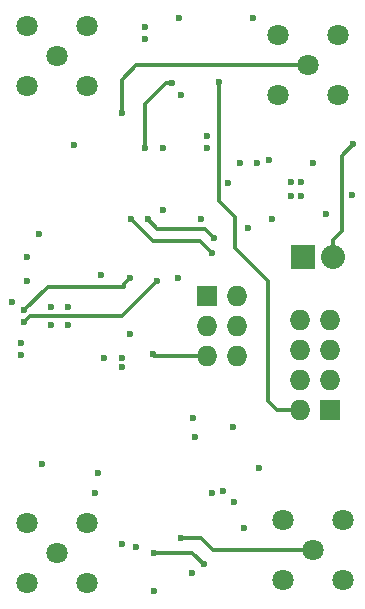
<source format=gbl>
G04 #@! TF.FileFunction,Copper,L4,Bot,Signal*
%FSLAX46Y46*%
G04 Gerber Fmt 4.6, Leading zero omitted, Abs format (unit mm)*
G04 Created by KiCad (PCBNEW 4.0.2-stable) date Tue Mar  8 23:24:32 2016*
%MOMM*%
G01*
G04 APERTURE LIST*
%ADD10C,0.100000*%
%ADD11R,1.727200X1.727200*%
%ADD12O,1.727200X1.727200*%
%ADD13R,2.032000X2.032000*%
%ADD14O,2.032000X2.032000*%
%ADD15C,1.800000*%
%ADD16C,0.600000*%
%ADD17C,0.250000*%
%ADD18C,0.350000*%
G04 APERTURE END LIST*
D10*
D11*
X96250000Y-118250000D03*
D12*
X98790000Y-118250000D03*
X96250000Y-120790000D03*
X98790000Y-120790000D03*
X96250000Y-123330000D03*
X98790000Y-123330000D03*
D13*
X104385000Y-114950000D03*
D14*
X106925000Y-114950000D03*
D15*
X83500000Y-98000000D03*
X80960000Y-95460000D03*
X86040000Y-95460000D03*
X86040000Y-100540000D03*
X80960000Y-100540000D03*
X83500000Y-140000000D03*
X86040000Y-142540000D03*
X80960000Y-142540000D03*
X80960000Y-137460000D03*
X86040000Y-137460000D03*
X105250000Y-139750000D03*
X107790000Y-142290000D03*
X102710000Y-142290000D03*
X102710000Y-137210000D03*
X107790000Y-137210000D03*
X104750000Y-98750000D03*
X107290000Y-96210000D03*
X107290000Y-101290000D03*
X102210000Y-101290000D03*
X102210000Y-96210000D03*
D11*
X106635000Y-127950000D03*
D12*
X104095000Y-127950000D03*
X106635000Y-125410000D03*
X104095000Y-125410000D03*
X106635000Y-122870000D03*
X104095000Y-122870000D03*
X106635000Y-120330000D03*
X104095000Y-120330000D03*
D16*
X100135000Y-94700000D03*
X95035000Y-128600000D03*
X95235000Y-130200000D03*
X96635000Y-135000000D03*
X100635000Y-132800000D03*
X99750000Y-112500000D03*
X101500000Y-106750000D03*
X105250000Y-107000000D03*
X104165000Y-109845000D03*
X103335000Y-109845000D03*
X104165000Y-108655000D03*
X103335000Y-108655000D03*
X100500000Y-107000000D03*
X99000000Y-107000000D03*
X101750000Y-111750000D03*
X106300000Y-111300000D03*
X108500000Y-109750000D03*
X98500000Y-135750000D03*
X91750000Y-143250000D03*
X95000000Y-141750000D03*
X89000000Y-139250000D03*
X87000000Y-133250000D03*
X86750000Y-135000000D03*
X95750000Y-111750000D03*
X96250000Y-105750000D03*
X94000000Y-101250000D03*
X96250000Y-104750000D03*
X92500000Y-105750000D03*
X91000000Y-95500000D03*
X83000000Y-120750000D03*
X84500000Y-120750000D03*
X84500000Y-119250000D03*
X83000000Y-119250000D03*
X82250000Y-132500000D03*
X80500000Y-123250000D03*
X79750000Y-118750000D03*
X93750000Y-116750000D03*
X89000000Y-124250000D03*
X89000000Y-123500000D03*
X87500000Y-123500000D03*
X81000000Y-117000000D03*
X81000000Y-115000000D03*
X85000000Y-105500000D03*
X93885000Y-94700000D03*
X97635000Y-134800000D03*
X98435000Y-129400000D03*
X99385000Y-137950000D03*
X98000000Y-108750000D03*
X91000000Y-96500000D03*
X92500000Y-111000000D03*
X89750000Y-121500000D03*
X82000000Y-113000000D03*
X87250000Y-116500000D03*
X90250000Y-139500000D03*
X80500000Y-122250000D03*
X108635000Y-105400000D03*
X80750000Y-119500000D03*
X89750000Y-116750000D03*
X92000000Y-117000000D03*
X80750000Y-120500000D03*
X91635000Y-123200000D03*
X94000000Y-138750000D03*
X89000000Y-102750000D03*
X96635000Y-114600000D03*
X89835000Y-111800000D03*
X96835000Y-113400000D03*
X91235000Y-111800000D03*
X97235000Y-100200000D03*
X91750000Y-140000000D03*
X96000000Y-141000000D03*
X91000000Y-105750000D03*
X93250000Y-100250000D03*
D17*
X106300000Y-111300000D02*
X106250000Y-111250000D01*
D18*
X106925000Y-114950000D02*
X106925000Y-113510000D01*
X107635000Y-106400000D02*
X108635000Y-105400000D01*
X107635000Y-112800000D02*
X107635000Y-106400000D01*
X106925000Y-113510000D02*
X107635000Y-112800000D01*
X80750000Y-119500000D02*
X82750000Y-117500000D01*
X89250000Y-117250000D02*
X89750000Y-116750000D01*
X89250000Y-117500000D02*
X89250000Y-117250000D01*
X82750000Y-117500000D02*
X89250000Y-117500000D01*
X81250000Y-120000000D02*
X89000000Y-120000000D01*
X89000000Y-120000000D02*
X92000000Y-117000000D01*
X80750000Y-120500000D02*
X81250000Y-120000000D01*
X96250000Y-123330000D02*
X91765000Y-123330000D01*
X91765000Y-123330000D02*
X91635000Y-123200000D01*
X96750000Y-139750000D02*
X105250000Y-139750000D01*
X95750000Y-138750000D02*
X96750000Y-139750000D01*
X94000000Y-138750000D02*
X95750000Y-138750000D01*
X90250000Y-98750000D02*
X104750000Y-98750000D01*
X89000000Y-100000000D02*
X90250000Y-98750000D01*
X89000000Y-102750000D02*
X89000000Y-100000000D01*
X96635000Y-114600000D02*
X95635000Y-113600000D01*
X95635000Y-113600000D02*
X91635000Y-113600000D01*
X91635000Y-113600000D02*
X89835000Y-111800000D01*
X96835000Y-113400000D02*
X96035000Y-112600000D01*
X96035000Y-112600000D02*
X92035000Y-112600000D01*
X92035000Y-112600000D02*
X91235000Y-111800000D01*
X104095000Y-127950000D02*
X102185000Y-127950000D01*
X97235000Y-110200000D02*
X97235000Y-100200000D01*
X98635000Y-111600000D02*
X97235000Y-110200000D01*
X98635000Y-114200000D02*
X98635000Y-111600000D01*
X101435000Y-117000000D02*
X98635000Y-114200000D01*
X101435000Y-127200000D02*
X101435000Y-117000000D01*
X102185000Y-127950000D02*
X101435000Y-127200000D01*
X95000000Y-140000000D02*
X91750000Y-140000000D01*
X96000000Y-141000000D02*
X95000000Y-140000000D01*
X91000000Y-105750000D02*
X91000000Y-102000000D01*
X91000000Y-102000000D02*
X92750000Y-100250000D01*
X92750000Y-100250000D02*
X93250000Y-100250000D01*
M02*

</source>
